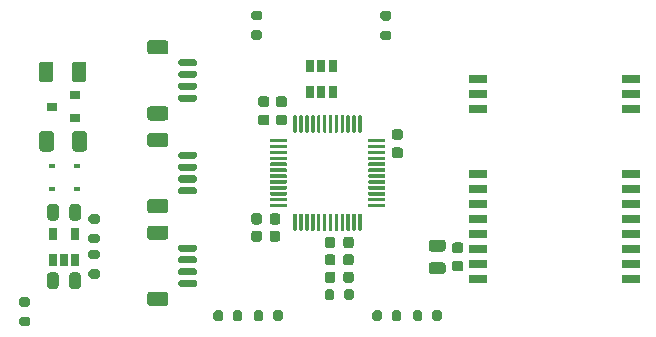
<source format=gbr>
%TF.GenerationSoftware,KiCad,Pcbnew,5.1.8-db9833491~87~ubuntu20.04.1*%
%TF.CreationDate,2020-11-23T17:51:26+01:00*%
%TF.ProjectId,rosalyn-tx,726f7361-6c79-46e2-9d74-782e6b696361,v1.0*%
%TF.SameCoordinates,Original*%
%TF.FileFunction,Paste,Top*%
%TF.FilePolarity,Positive*%
%FSLAX46Y46*%
G04 Gerber Fmt 4.6, Leading zero omitted, Abs format (unit mm)*
G04 Created by KiCad (PCBNEW 5.1.8-db9833491~87~ubuntu20.04.1) date 2020-11-23 17:51:26*
%MOMM*%
%LPD*%
G01*
G04 APERTURE LIST*
%ADD10R,1.500000X0.750000*%
%ADD11R,0.650000X1.060000*%
%ADD12R,0.900000X0.800000*%
%ADD13R,0.600000X0.450000*%
G04 APERTURE END LIST*
%TO.C,J5*%
G36*
G01*
X134450001Y-65650000D02*
X133149999Y-65650000D01*
G75*
G02*
X132900000Y-65400001I0J249999D01*
G01*
X132900000Y-64699999D01*
G75*
G02*
X133149999Y-64450000I249999J0D01*
G01*
X134450001Y-64450000D01*
G75*
G02*
X134700000Y-64699999I0J-249999D01*
G01*
X134700000Y-65400001D01*
G75*
G02*
X134450001Y-65650000I-249999J0D01*
G01*
G37*
G36*
G01*
X134450001Y-71250000D02*
X133149999Y-71250000D01*
G75*
G02*
X132900000Y-71000001I0J249999D01*
G01*
X132900000Y-70299999D01*
G75*
G02*
X133149999Y-70050000I249999J0D01*
G01*
X134450001Y-70050000D01*
G75*
G02*
X134700000Y-70299999I0J-249999D01*
G01*
X134700000Y-71000001D01*
G75*
G02*
X134450001Y-71250000I-249999J0D01*
G01*
G37*
G36*
G01*
X136950000Y-66650000D02*
X135700000Y-66650000D01*
G75*
G02*
X135550000Y-66500000I0J150000D01*
G01*
X135550000Y-66200000D01*
G75*
G02*
X135700000Y-66050000I150000J0D01*
G01*
X136950000Y-66050000D01*
G75*
G02*
X137100000Y-66200000I0J-150000D01*
G01*
X137100000Y-66500000D01*
G75*
G02*
X136950000Y-66650000I-150000J0D01*
G01*
G37*
G36*
G01*
X136950000Y-67650000D02*
X135700000Y-67650000D01*
G75*
G02*
X135550000Y-67500000I0J150000D01*
G01*
X135550000Y-67200000D01*
G75*
G02*
X135700000Y-67050000I150000J0D01*
G01*
X136950000Y-67050000D01*
G75*
G02*
X137100000Y-67200000I0J-150000D01*
G01*
X137100000Y-67500000D01*
G75*
G02*
X136950000Y-67650000I-150000J0D01*
G01*
G37*
G36*
G01*
X136950000Y-68650000D02*
X135700000Y-68650000D01*
G75*
G02*
X135550000Y-68500000I0J150000D01*
G01*
X135550000Y-68200000D01*
G75*
G02*
X135700000Y-68050000I150000J0D01*
G01*
X136950000Y-68050000D01*
G75*
G02*
X137100000Y-68200000I0J-150000D01*
G01*
X137100000Y-68500000D01*
G75*
G02*
X136950000Y-68650000I-150000J0D01*
G01*
G37*
G36*
G01*
X136950000Y-69650000D02*
X135700000Y-69650000D01*
G75*
G02*
X135550000Y-69500000I0J150000D01*
G01*
X135550000Y-69200000D01*
G75*
G02*
X135700000Y-69050000I150000J0D01*
G01*
X136950000Y-69050000D01*
G75*
G02*
X137100000Y-69200000I0J-150000D01*
G01*
X137100000Y-69500000D01*
G75*
G02*
X136950000Y-69650000I-150000J0D01*
G01*
G37*
%TD*%
%TO.C,J4*%
G36*
G01*
X134450001Y-57800000D02*
X133149999Y-57800000D01*
G75*
G02*
X132900000Y-57550001I0J249999D01*
G01*
X132900000Y-56849999D01*
G75*
G02*
X133149999Y-56600000I249999J0D01*
G01*
X134450001Y-56600000D01*
G75*
G02*
X134700000Y-56849999I0J-249999D01*
G01*
X134700000Y-57550001D01*
G75*
G02*
X134450001Y-57800000I-249999J0D01*
G01*
G37*
G36*
G01*
X134450001Y-63400000D02*
X133149999Y-63400000D01*
G75*
G02*
X132900000Y-63150001I0J249999D01*
G01*
X132900000Y-62449999D01*
G75*
G02*
X133149999Y-62200000I249999J0D01*
G01*
X134450001Y-62200000D01*
G75*
G02*
X134700000Y-62449999I0J-249999D01*
G01*
X134700000Y-63150001D01*
G75*
G02*
X134450001Y-63400000I-249999J0D01*
G01*
G37*
G36*
G01*
X136950000Y-58800000D02*
X135700000Y-58800000D01*
G75*
G02*
X135550000Y-58650000I0J150000D01*
G01*
X135550000Y-58350000D01*
G75*
G02*
X135700000Y-58200000I150000J0D01*
G01*
X136950000Y-58200000D01*
G75*
G02*
X137100000Y-58350000I0J-150000D01*
G01*
X137100000Y-58650000D01*
G75*
G02*
X136950000Y-58800000I-150000J0D01*
G01*
G37*
G36*
G01*
X136950000Y-59800000D02*
X135700000Y-59800000D01*
G75*
G02*
X135550000Y-59650000I0J150000D01*
G01*
X135550000Y-59350000D01*
G75*
G02*
X135700000Y-59200000I150000J0D01*
G01*
X136950000Y-59200000D01*
G75*
G02*
X137100000Y-59350000I0J-150000D01*
G01*
X137100000Y-59650000D01*
G75*
G02*
X136950000Y-59800000I-150000J0D01*
G01*
G37*
G36*
G01*
X136950000Y-60800000D02*
X135700000Y-60800000D01*
G75*
G02*
X135550000Y-60650000I0J150000D01*
G01*
X135550000Y-60350000D01*
G75*
G02*
X135700000Y-60200000I150000J0D01*
G01*
X136950000Y-60200000D01*
G75*
G02*
X137100000Y-60350000I0J-150000D01*
G01*
X137100000Y-60650000D01*
G75*
G02*
X136950000Y-60800000I-150000J0D01*
G01*
G37*
G36*
G01*
X136950000Y-61800000D02*
X135700000Y-61800000D01*
G75*
G02*
X135550000Y-61650000I0J150000D01*
G01*
X135550000Y-61350000D01*
G75*
G02*
X135700000Y-61200000I150000J0D01*
G01*
X136950000Y-61200000D01*
G75*
G02*
X137100000Y-61350000I0J-150000D01*
G01*
X137100000Y-61650000D01*
G75*
G02*
X136950000Y-61800000I-150000J0D01*
G01*
G37*
%TD*%
%TO.C,J2*%
G36*
G01*
X134450001Y-49950000D02*
X133149999Y-49950000D01*
G75*
G02*
X132900000Y-49700001I0J249999D01*
G01*
X132900000Y-48999999D01*
G75*
G02*
X133149999Y-48750000I249999J0D01*
G01*
X134450001Y-48750000D01*
G75*
G02*
X134700000Y-48999999I0J-249999D01*
G01*
X134700000Y-49700001D01*
G75*
G02*
X134450001Y-49950000I-249999J0D01*
G01*
G37*
G36*
G01*
X134450001Y-55550000D02*
X133149999Y-55550000D01*
G75*
G02*
X132900000Y-55300001I0J249999D01*
G01*
X132900000Y-54599999D01*
G75*
G02*
X133149999Y-54350000I249999J0D01*
G01*
X134450001Y-54350000D01*
G75*
G02*
X134700000Y-54599999I0J-249999D01*
G01*
X134700000Y-55300001D01*
G75*
G02*
X134450001Y-55550000I-249999J0D01*
G01*
G37*
G36*
G01*
X136950000Y-50950000D02*
X135700000Y-50950000D01*
G75*
G02*
X135550000Y-50800000I0J150000D01*
G01*
X135550000Y-50500000D01*
G75*
G02*
X135700000Y-50350000I150000J0D01*
G01*
X136950000Y-50350000D01*
G75*
G02*
X137100000Y-50500000I0J-150000D01*
G01*
X137100000Y-50800000D01*
G75*
G02*
X136950000Y-50950000I-150000J0D01*
G01*
G37*
G36*
G01*
X136950000Y-51950000D02*
X135700000Y-51950000D01*
G75*
G02*
X135550000Y-51800000I0J150000D01*
G01*
X135550000Y-51500000D01*
G75*
G02*
X135700000Y-51350000I150000J0D01*
G01*
X136950000Y-51350000D01*
G75*
G02*
X137100000Y-51500000I0J-150000D01*
G01*
X137100000Y-51800000D01*
G75*
G02*
X136950000Y-51950000I-150000J0D01*
G01*
G37*
G36*
G01*
X136950000Y-52950000D02*
X135700000Y-52950000D01*
G75*
G02*
X135550000Y-52800000I0J150000D01*
G01*
X135550000Y-52500000D01*
G75*
G02*
X135700000Y-52350000I150000J0D01*
G01*
X136950000Y-52350000D01*
G75*
G02*
X137100000Y-52500000I0J-150000D01*
G01*
X137100000Y-52800000D01*
G75*
G02*
X136950000Y-52950000I-150000J0D01*
G01*
G37*
G36*
G01*
X136950000Y-53950000D02*
X135700000Y-53950000D01*
G75*
G02*
X135550000Y-53800000I0J150000D01*
G01*
X135550000Y-53500000D01*
G75*
G02*
X135700000Y-53350000I150000J0D01*
G01*
X136950000Y-53350000D01*
G75*
G02*
X137100000Y-53500000I0J-150000D01*
G01*
X137100000Y-53800000D01*
G75*
G02*
X136950000Y-53950000I-150000J0D01*
G01*
G37*
%TD*%
D10*
%TO.C,U4*%
X173900000Y-52000000D03*
X173900000Y-53270000D03*
X173900000Y-54540000D03*
X173900000Y-60110000D03*
X173900000Y-61380000D03*
X173900000Y-62650000D03*
X173900000Y-63920000D03*
X173900000Y-65190000D03*
X173900000Y-66460000D03*
X173900000Y-67730000D03*
X173900000Y-69000000D03*
X160900000Y-69000000D03*
X160900000Y-67730000D03*
X160900000Y-66460000D03*
X160900000Y-65190000D03*
X160900000Y-63920000D03*
X160900000Y-62650000D03*
X160900000Y-61380000D03*
X160900000Y-60110000D03*
X160900000Y-54540000D03*
X160900000Y-53270000D03*
X160900000Y-52000000D03*
%TD*%
%TO.C,C14*%
G36*
G01*
X156985000Y-67550000D02*
X157935000Y-67550000D01*
G75*
G02*
X158185000Y-67800000I0J-250000D01*
G01*
X158185000Y-68300000D01*
G75*
G02*
X157935000Y-68550000I-250000J0D01*
G01*
X156985000Y-68550000D01*
G75*
G02*
X156735000Y-68300000I0J250000D01*
G01*
X156735000Y-67800000D01*
G75*
G02*
X156985000Y-67550000I250000J0D01*
G01*
G37*
G36*
G01*
X156985000Y-65650000D02*
X157935000Y-65650000D01*
G75*
G02*
X158185000Y-65900000I0J-250000D01*
G01*
X158185000Y-66400000D01*
G75*
G02*
X157935000Y-66650000I-250000J0D01*
G01*
X156985000Y-66650000D01*
G75*
G02*
X156735000Y-66400000I0J250000D01*
G01*
X156735000Y-65900000D01*
G75*
G02*
X156985000Y-65650000I250000J0D01*
G01*
G37*
%TD*%
%TO.C,C9*%
G36*
G01*
X154340000Y-57185000D02*
X153840000Y-57185000D01*
G75*
G02*
X153615000Y-56960000I0J225000D01*
G01*
X153615000Y-56510000D01*
G75*
G02*
X153840000Y-56285000I225000J0D01*
G01*
X154340000Y-56285000D01*
G75*
G02*
X154565000Y-56510000I0J-225000D01*
G01*
X154565000Y-56960000D01*
G75*
G02*
X154340000Y-57185000I-225000J0D01*
G01*
G37*
G36*
G01*
X154340000Y-58735000D02*
X153840000Y-58735000D01*
G75*
G02*
X153615000Y-58510000I0J225000D01*
G01*
X153615000Y-58060000D01*
G75*
G02*
X153840000Y-57835000I225000J0D01*
G01*
X154340000Y-57835000D01*
G75*
G02*
X154565000Y-58060000I0J-225000D01*
G01*
X154565000Y-58510000D01*
G75*
G02*
X154340000Y-58735000I-225000J0D01*
G01*
G37*
%TD*%
%TO.C,C6*%
G36*
G01*
X144020000Y-55055000D02*
X144520000Y-55055000D01*
G75*
G02*
X144745000Y-55280000I0J-225000D01*
G01*
X144745000Y-55730000D01*
G75*
G02*
X144520000Y-55955000I-225000J0D01*
G01*
X144020000Y-55955000D01*
G75*
G02*
X143795000Y-55730000I0J225000D01*
G01*
X143795000Y-55280000D01*
G75*
G02*
X144020000Y-55055000I225000J0D01*
G01*
G37*
G36*
G01*
X144020000Y-53505000D02*
X144520000Y-53505000D01*
G75*
G02*
X144745000Y-53730000I0J-225000D01*
G01*
X144745000Y-54180000D01*
G75*
G02*
X144520000Y-54405000I-225000J0D01*
G01*
X144020000Y-54405000D01*
G75*
G02*
X143795000Y-54180000I0J225000D01*
G01*
X143795000Y-53730000D01*
G75*
G02*
X144020000Y-53505000I225000J0D01*
G01*
G37*
%TD*%
D11*
%TO.C,U5*%
X146700000Y-53100000D03*
X147650000Y-53100000D03*
X148600000Y-53100000D03*
X148600000Y-50900000D03*
X146700000Y-50900000D03*
X147650000Y-50900000D03*
%TD*%
%TO.C,C2*%
G36*
G01*
X125420000Y-62863750D02*
X125420000Y-63776250D01*
G75*
G02*
X125176250Y-64020000I-243750J0D01*
G01*
X124688750Y-64020000D01*
G75*
G02*
X124445000Y-63776250I0J243750D01*
G01*
X124445000Y-62863750D01*
G75*
G02*
X124688750Y-62620000I243750J0D01*
G01*
X125176250Y-62620000D01*
G75*
G02*
X125420000Y-62863750I0J-243750D01*
G01*
G37*
G36*
G01*
X127295000Y-62863750D02*
X127295000Y-63776250D01*
G75*
G02*
X127051250Y-64020000I-243750J0D01*
G01*
X126563750Y-64020000D01*
G75*
G02*
X126320000Y-63776250I0J243750D01*
G01*
X126320000Y-62863750D01*
G75*
G02*
X126563750Y-62620000I243750J0D01*
G01*
X127051250Y-62620000D01*
G75*
G02*
X127295000Y-62863750I0J-243750D01*
G01*
G37*
%TD*%
%TO.C,C1*%
G36*
G01*
X126300000Y-69566250D02*
X126300000Y-68653750D01*
G75*
G02*
X126543750Y-68410000I243750J0D01*
G01*
X127031250Y-68410000D01*
G75*
G02*
X127275000Y-68653750I0J-243750D01*
G01*
X127275000Y-69566250D01*
G75*
G02*
X127031250Y-69810000I-243750J0D01*
G01*
X126543750Y-69810000D01*
G75*
G02*
X126300000Y-69566250I0J243750D01*
G01*
G37*
G36*
G01*
X124425000Y-69566250D02*
X124425000Y-68653750D01*
G75*
G02*
X124668750Y-68410000I243750J0D01*
G01*
X125156250Y-68410000D01*
G75*
G02*
X125400000Y-68653750I0J-243750D01*
G01*
X125400000Y-69566250D01*
G75*
G02*
X125156250Y-69810000I-243750J0D01*
G01*
X124668750Y-69810000D01*
G75*
G02*
X124425000Y-69566250I0J243750D01*
G01*
G37*
%TD*%
%TO.C,U1*%
X124900000Y-65120000D03*
X126800000Y-65120000D03*
X126800000Y-67320000D03*
X125850000Y-67320000D03*
X124900000Y-67320000D03*
%TD*%
D12*
%TO.C,U2*%
X126830000Y-55330000D03*
X126830000Y-53430000D03*
X124830000Y-54380000D03*
%TD*%
D13*
%TO.C,D1*%
X124840000Y-59440000D03*
X126940000Y-59440000D03*
%TD*%
%TO.C,D2*%
X126940000Y-61390000D03*
X124840000Y-61390000D03*
%TD*%
%TO.C,C5*%
G36*
G01*
X147945000Y-69080000D02*
X147945000Y-68580000D01*
G75*
G02*
X148170000Y-68355000I225000J0D01*
G01*
X148620000Y-68355000D01*
G75*
G02*
X148845000Y-68580000I0J-225000D01*
G01*
X148845000Y-69080000D01*
G75*
G02*
X148620000Y-69305000I-225000J0D01*
G01*
X148170000Y-69305000D01*
G75*
G02*
X147945000Y-69080000I0J225000D01*
G01*
G37*
G36*
G01*
X149495000Y-69080000D02*
X149495000Y-68580000D01*
G75*
G02*
X149720000Y-68355000I225000J0D01*
G01*
X150170000Y-68355000D01*
G75*
G02*
X150395000Y-68580000I0J-225000D01*
G01*
X150395000Y-69080000D01*
G75*
G02*
X150170000Y-69305000I-225000J0D01*
G01*
X149720000Y-69305000D01*
G75*
G02*
X149495000Y-69080000I0J225000D01*
G01*
G37*
%TD*%
%TO.C,C10*%
G36*
G01*
X158940000Y-67425000D02*
X159440000Y-67425000D01*
G75*
G02*
X159665000Y-67650000I0J-225000D01*
G01*
X159665000Y-68100000D01*
G75*
G02*
X159440000Y-68325000I-225000J0D01*
G01*
X158940000Y-68325000D01*
G75*
G02*
X158715000Y-68100000I0J225000D01*
G01*
X158715000Y-67650000D01*
G75*
G02*
X158940000Y-67425000I225000J0D01*
G01*
G37*
G36*
G01*
X158940000Y-65875000D02*
X159440000Y-65875000D01*
G75*
G02*
X159665000Y-66100000I0J-225000D01*
G01*
X159665000Y-66550000D01*
G75*
G02*
X159440000Y-66775000I-225000J0D01*
G01*
X158940000Y-66775000D01*
G75*
G02*
X158715000Y-66550000I0J225000D01*
G01*
X158715000Y-66100000D01*
G75*
G02*
X158940000Y-65875000I225000J0D01*
G01*
G37*
%TD*%
%TO.C,R3*%
G36*
G01*
X128135000Y-63495000D02*
X128685000Y-63495000D01*
G75*
G02*
X128885000Y-63695000I0J-200000D01*
G01*
X128885000Y-64095000D01*
G75*
G02*
X128685000Y-64295000I-200000J0D01*
G01*
X128135000Y-64295000D01*
G75*
G02*
X127935000Y-64095000I0J200000D01*
G01*
X127935000Y-63695000D01*
G75*
G02*
X128135000Y-63495000I200000J0D01*
G01*
G37*
G36*
G01*
X128135000Y-65145000D02*
X128685000Y-65145000D01*
G75*
G02*
X128885000Y-65345000I0J-200000D01*
G01*
X128885000Y-65745000D01*
G75*
G02*
X128685000Y-65945000I-200000J0D01*
G01*
X128135000Y-65945000D01*
G75*
G02*
X127935000Y-65745000I0J200000D01*
G01*
X127935000Y-65345000D01*
G75*
G02*
X128135000Y-65145000I200000J0D01*
G01*
G37*
%TD*%
%TO.C,C8*%
G36*
G01*
X149495000Y-66130000D02*
X149495000Y-65630000D01*
G75*
G02*
X149720000Y-65405000I225000J0D01*
G01*
X150170000Y-65405000D01*
G75*
G02*
X150395000Y-65630000I0J-225000D01*
G01*
X150395000Y-66130000D01*
G75*
G02*
X150170000Y-66355000I-225000J0D01*
G01*
X149720000Y-66355000D01*
G75*
G02*
X149495000Y-66130000I0J225000D01*
G01*
G37*
G36*
G01*
X147945000Y-66130000D02*
X147945000Y-65630000D01*
G75*
G02*
X148170000Y-65405000I225000J0D01*
G01*
X148620000Y-65405000D01*
G75*
G02*
X148845000Y-65630000I0J-225000D01*
G01*
X148845000Y-66130000D01*
G75*
G02*
X148620000Y-66355000I-225000J0D01*
G01*
X148170000Y-66355000D01*
G75*
G02*
X147945000Y-66130000I0J225000D01*
G01*
G37*
%TD*%
%TO.C,C7*%
G36*
G01*
X141715000Y-64130000D02*
X141715000Y-63630000D01*
G75*
G02*
X141940000Y-63405000I225000J0D01*
G01*
X142390000Y-63405000D01*
G75*
G02*
X142615000Y-63630000I0J-225000D01*
G01*
X142615000Y-64130000D01*
G75*
G02*
X142390000Y-64355000I-225000J0D01*
G01*
X141940000Y-64355000D01*
G75*
G02*
X141715000Y-64130000I0J225000D01*
G01*
G37*
G36*
G01*
X143265000Y-64130000D02*
X143265000Y-63630000D01*
G75*
G02*
X143490000Y-63405000I225000J0D01*
G01*
X143940000Y-63405000D01*
G75*
G02*
X144165000Y-63630000I0J-225000D01*
G01*
X144165000Y-64130000D01*
G75*
G02*
X143940000Y-64355000I-225000J0D01*
G01*
X143490000Y-64355000D01*
G75*
G02*
X143265000Y-64130000I0J225000D01*
G01*
G37*
%TD*%
%TO.C,C3*%
G36*
G01*
X126565000Y-57935000D02*
X126565000Y-56685000D01*
G75*
G02*
X126815000Y-56435000I250000J0D01*
G01*
X127565000Y-56435000D01*
G75*
G02*
X127815000Y-56685000I0J-250000D01*
G01*
X127815000Y-57935000D01*
G75*
G02*
X127565000Y-58185000I-250000J0D01*
G01*
X126815000Y-58185000D01*
G75*
G02*
X126565000Y-57935000I0J250000D01*
G01*
G37*
G36*
G01*
X123765000Y-57935000D02*
X123765000Y-56685000D01*
G75*
G02*
X124015000Y-56435000I250000J0D01*
G01*
X124765000Y-56435000D01*
G75*
G02*
X125015000Y-56685000I0J-250000D01*
G01*
X125015000Y-57935000D01*
G75*
G02*
X124765000Y-58185000I-250000J0D01*
G01*
X124015000Y-58185000D01*
G75*
G02*
X123765000Y-57935000I0J250000D01*
G01*
G37*
%TD*%
%TO.C,C4*%
G36*
G01*
X124965000Y-50815000D02*
X124965000Y-52065000D01*
G75*
G02*
X124715000Y-52315000I-250000J0D01*
G01*
X123965000Y-52315000D01*
G75*
G02*
X123715000Y-52065000I0J250000D01*
G01*
X123715000Y-50815000D01*
G75*
G02*
X123965000Y-50565000I250000J0D01*
G01*
X124715000Y-50565000D01*
G75*
G02*
X124965000Y-50815000I0J-250000D01*
G01*
G37*
G36*
G01*
X127765000Y-50815000D02*
X127765000Y-52065000D01*
G75*
G02*
X127515000Y-52315000I-250000J0D01*
G01*
X126765000Y-52315000D01*
G75*
G02*
X126515000Y-52065000I0J250000D01*
G01*
X126515000Y-50815000D01*
G75*
G02*
X126765000Y-50565000I250000J0D01*
G01*
X127515000Y-50565000D01*
G75*
G02*
X127765000Y-50815000I0J-250000D01*
G01*
G37*
%TD*%
%TO.C,R1*%
G36*
G01*
X142465000Y-47065000D02*
X141915000Y-47065000D01*
G75*
G02*
X141715000Y-46865000I0J200000D01*
G01*
X141715000Y-46465000D01*
G75*
G02*
X141915000Y-46265000I200000J0D01*
G01*
X142465000Y-46265000D01*
G75*
G02*
X142665000Y-46465000I0J-200000D01*
G01*
X142665000Y-46865000D01*
G75*
G02*
X142465000Y-47065000I-200000J0D01*
G01*
G37*
G36*
G01*
X142465000Y-48715000D02*
X141915000Y-48715000D01*
G75*
G02*
X141715000Y-48515000I0J200000D01*
G01*
X141715000Y-48115000D01*
G75*
G02*
X141915000Y-47915000I200000J0D01*
G01*
X142465000Y-47915000D01*
G75*
G02*
X142665000Y-48115000I0J-200000D01*
G01*
X142665000Y-48515000D01*
G75*
G02*
X142465000Y-48715000I-200000J0D01*
G01*
G37*
%TD*%
%TO.C,R4*%
G36*
G01*
X128135000Y-66495000D02*
X128685000Y-66495000D01*
G75*
G02*
X128885000Y-66695000I0J-200000D01*
G01*
X128885000Y-67095000D01*
G75*
G02*
X128685000Y-67295000I-200000J0D01*
G01*
X128135000Y-67295000D01*
G75*
G02*
X127935000Y-67095000I0J200000D01*
G01*
X127935000Y-66695000D01*
G75*
G02*
X128135000Y-66495000I200000J0D01*
G01*
G37*
G36*
G01*
X128135000Y-68145000D02*
X128685000Y-68145000D01*
G75*
G02*
X128885000Y-68345000I0J-200000D01*
G01*
X128885000Y-68745000D01*
G75*
G02*
X128685000Y-68945000I-200000J0D01*
G01*
X128135000Y-68945000D01*
G75*
G02*
X127935000Y-68745000I0J200000D01*
G01*
X127935000Y-68345000D01*
G75*
G02*
X128135000Y-68145000I200000J0D01*
G01*
G37*
%TD*%
%TO.C,R5*%
G36*
G01*
X139315000Y-71815000D02*
X139315000Y-72365000D01*
G75*
G02*
X139115000Y-72565000I-200000J0D01*
G01*
X138715000Y-72565000D01*
G75*
G02*
X138515000Y-72365000I0J200000D01*
G01*
X138515000Y-71815000D01*
G75*
G02*
X138715000Y-71615000I200000J0D01*
G01*
X139115000Y-71615000D01*
G75*
G02*
X139315000Y-71815000I0J-200000D01*
G01*
G37*
G36*
G01*
X140965000Y-71815000D02*
X140965000Y-72365000D01*
G75*
G02*
X140765000Y-72565000I-200000J0D01*
G01*
X140365000Y-72565000D01*
G75*
G02*
X140165000Y-72365000I0J200000D01*
G01*
X140165000Y-71815000D01*
G75*
G02*
X140365000Y-71615000I200000J0D01*
G01*
X140765000Y-71615000D01*
G75*
G02*
X140965000Y-71815000I0J-200000D01*
G01*
G37*
%TD*%
%TO.C,R6*%
G36*
G01*
X141945000Y-72355000D02*
X141945000Y-71805000D01*
G75*
G02*
X142145000Y-71605000I200000J0D01*
G01*
X142545000Y-71605000D01*
G75*
G02*
X142745000Y-71805000I0J-200000D01*
G01*
X142745000Y-72355000D01*
G75*
G02*
X142545000Y-72555000I-200000J0D01*
G01*
X142145000Y-72555000D01*
G75*
G02*
X141945000Y-72355000I0J200000D01*
G01*
G37*
G36*
G01*
X143595000Y-72355000D02*
X143595000Y-71805000D01*
G75*
G02*
X143795000Y-71605000I200000J0D01*
G01*
X144195000Y-71605000D01*
G75*
G02*
X144395000Y-71805000I0J-200000D01*
G01*
X144395000Y-72355000D01*
G75*
G02*
X144195000Y-72555000I-200000J0D01*
G01*
X143795000Y-72555000D01*
G75*
G02*
X143595000Y-72355000I0J200000D01*
G01*
G37*
%TD*%
%TO.C,U3*%
G36*
G01*
X145500000Y-64900000D02*
X145350000Y-64900000D01*
G75*
G02*
X145275000Y-64825000I0J75000D01*
G01*
X145275000Y-63500000D01*
G75*
G02*
X145350000Y-63425000I75000J0D01*
G01*
X145500000Y-63425000D01*
G75*
G02*
X145575000Y-63500000I0J-75000D01*
G01*
X145575000Y-64825000D01*
G75*
G02*
X145500000Y-64900000I-75000J0D01*
G01*
G37*
G36*
G01*
X146000000Y-64900000D02*
X145850000Y-64900000D01*
G75*
G02*
X145775000Y-64825000I0J75000D01*
G01*
X145775000Y-63500000D01*
G75*
G02*
X145850000Y-63425000I75000J0D01*
G01*
X146000000Y-63425000D01*
G75*
G02*
X146075000Y-63500000I0J-75000D01*
G01*
X146075000Y-64825000D01*
G75*
G02*
X146000000Y-64900000I-75000J0D01*
G01*
G37*
G36*
G01*
X146500000Y-64900000D02*
X146350000Y-64900000D01*
G75*
G02*
X146275000Y-64825000I0J75000D01*
G01*
X146275000Y-63500000D01*
G75*
G02*
X146350000Y-63425000I75000J0D01*
G01*
X146500000Y-63425000D01*
G75*
G02*
X146575000Y-63500000I0J-75000D01*
G01*
X146575000Y-64825000D01*
G75*
G02*
X146500000Y-64900000I-75000J0D01*
G01*
G37*
G36*
G01*
X147000000Y-64900000D02*
X146850000Y-64900000D01*
G75*
G02*
X146775000Y-64825000I0J75000D01*
G01*
X146775000Y-63500000D01*
G75*
G02*
X146850000Y-63425000I75000J0D01*
G01*
X147000000Y-63425000D01*
G75*
G02*
X147075000Y-63500000I0J-75000D01*
G01*
X147075000Y-64825000D01*
G75*
G02*
X147000000Y-64900000I-75000J0D01*
G01*
G37*
G36*
G01*
X147500000Y-64900000D02*
X147350000Y-64900000D01*
G75*
G02*
X147275000Y-64825000I0J75000D01*
G01*
X147275000Y-63500000D01*
G75*
G02*
X147350000Y-63425000I75000J0D01*
G01*
X147500000Y-63425000D01*
G75*
G02*
X147575000Y-63500000I0J-75000D01*
G01*
X147575000Y-64825000D01*
G75*
G02*
X147500000Y-64900000I-75000J0D01*
G01*
G37*
G36*
G01*
X148000000Y-64900000D02*
X147850000Y-64900000D01*
G75*
G02*
X147775000Y-64825000I0J75000D01*
G01*
X147775000Y-63500000D01*
G75*
G02*
X147850000Y-63425000I75000J0D01*
G01*
X148000000Y-63425000D01*
G75*
G02*
X148075000Y-63500000I0J-75000D01*
G01*
X148075000Y-64825000D01*
G75*
G02*
X148000000Y-64900000I-75000J0D01*
G01*
G37*
G36*
G01*
X148500000Y-64900000D02*
X148350000Y-64900000D01*
G75*
G02*
X148275000Y-64825000I0J75000D01*
G01*
X148275000Y-63500000D01*
G75*
G02*
X148350000Y-63425000I75000J0D01*
G01*
X148500000Y-63425000D01*
G75*
G02*
X148575000Y-63500000I0J-75000D01*
G01*
X148575000Y-64825000D01*
G75*
G02*
X148500000Y-64900000I-75000J0D01*
G01*
G37*
G36*
G01*
X149000000Y-64900000D02*
X148850000Y-64900000D01*
G75*
G02*
X148775000Y-64825000I0J75000D01*
G01*
X148775000Y-63500000D01*
G75*
G02*
X148850000Y-63425000I75000J0D01*
G01*
X149000000Y-63425000D01*
G75*
G02*
X149075000Y-63500000I0J-75000D01*
G01*
X149075000Y-64825000D01*
G75*
G02*
X149000000Y-64900000I-75000J0D01*
G01*
G37*
G36*
G01*
X149500000Y-64900000D02*
X149350000Y-64900000D01*
G75*
G02*
X149275000Y-64825000I0J75000D01*
G01*
X149275000Y-63500000D01*
G75*
G02*
X149350000Y-63425000I75000J0D01*
G01*
X149500000Y-63425000D01*
G75*
G02*
X149575000Y-63500000I0J-75000D01*
G01*
X149575000Y-64825000D01*
G75*
G02*
X149500000Y-64900000I-75000J0D01*
G01*
G37*
G36*
G01*
X150000000Y-64900000D02*
X149850000Y-64900000D01*
G75*
G02*
X149775000Y-64825000I0J75000D01*
G01*
X149775000Y-63500000D01*
G75*
G02*
X149850000Y-63425000I75000J0D01*
G01*
X150000000Y-63425000D01*
G75*
G02*
X150075000Y-63500000I0J-75000D01*
G01*
X150075000Y-64825000D01*
G75*
G02*
X150000000Y-64900000I-75000J0D01*
G01*
G37*
G36*
G01*
X150500000Y-64900000D02*
X150350000Y-64900000D01*
G75*
G02*
X150275000Y-64825000I0J75000D01*
G01*
X150275000Y-63500000D01*
G75*
G02*
X150350000Y-63425000I75000J0D01*
G01*
X150500000Y-63425000D01*
G75*
G02*
X150575000Y-63500000I0J-75000D01*
G01*
X150575000Y-64825000D01*
G75*
G02*
X150500000Y-64900000I-75000J0D01*
G01*
G37*
G36*
G01*
X151000000Y-64900000D02*
X150850000Y-64900000D01*
G75*
G02*
X150775000Y-64825000I0J75000D01*
G01*
X150775000Y-63500000D01*
G75*
G02*
X150850000Y-63425000I75000J0D01*
G01*
X151000000Y-63425000D01*
G75*
G02*
X151075000Y-63500000I0J-75000D01*
G01*
X151075000Y-64825000D01*
G75*
G02*
X151000000Y-64900000I-75000J0D01*
G01*
G37*
G36*
G01*
X153000000Y-62900000D02*
X151675000Y-62900000D01*
G75*
G02*
X151600000Y-62825000I0J75000D01*
G01*
X151600000Y-62675000D01*
G75*
G02*
X151675000Y-62600000I75000J0D01*
G01*
X153000000Y-62600000D01*
G75*
G02*
X153075000Y-62675000I0J-75000D01*
G01*
X153075000Y-62825000D01*
G75*
G02*
X153000000Y-62900000I-75000J0D01*
G01*
G37*
G36*
G01*
X153000000Y-62400000D02*
X151675000Y-62400000D01*
G75*
G02*
X151600000Y-62325000I0J75000D01*
G01*
X151600000Y-62175000D01*
G75*
G02*
X151675000Y-62100000I75000J0D01*
G01*
X153000000Y-62100000D01*
G75*
G02*
X153075000Y-62175000I0J-75000D01*
G01*
X153075000Y-62325000D01*
G75*
G02*
X153000000Y-62400000I-75000J0D01*
G01*
G37*
G36*
G01*
X153000000Y-61900000D02*
X151675000Y-61900000D01*
G75*
G02*
X151600000Y-61825000I0J75000D01*
G01*
X151600000Y-61675000D01*
G75*
G02*
X151675000Y-61600000I75000J0D01*
G01*
X153000000Y-61600000D01*
G75*
G02*
X153075000Y-61675000I0J-75000D01*
G01*
X153075000Y-61825000D01*
G75*
G02*
X153000000Y-61900000I-75000J0D01*
G01*
G37*
G36*
G01*
X153000000Y-61400000D02*
X151675000Y-61400000D01*
G75*
G02*
X151600000Y-61325000I0J75000D01*
G01*
X151600000Y-61175000D01*
G75*
G02*
X151675000Y-61100000I75000J0D01*
G01*
X153000000Y-61100000D01*
G75*
G02*
X153075000Y-61175000I0J-75000D01*
G01*
X153075000Y-61325000D01*
G75*
G02*
X153000000Y-61400000I-75000J0D01*
G01*
G37*
G36*
G01*
X153000000Y-60900000D02*
X151675000Y-60900000D01*
G75*
G02*
X151600000Y-60825000I0J75000D01*
G01*
X151600000Y-60675000D01*
G75*
G02*
X151675000Y-60600000I75000J0D01*
G01*
X153000000Y-60600000D01*
G75*
G02*
X153075000Y-60675000I0J-75000D01*
G01*
X153075000Y-60825000D01*
G75*
G02*
X153000000Y-60900000I-75000J0D01*
G01*
G37*
G36*
G01*
X153000000Y-60400000D02*
X151675000Y-60400000D01*
G75*
G02*
X151600000Y-60325000I0J75000D01*
G01*
X151600000Y-60175000D01*
G75*
G02*
X151675000Y-60100000I75000J0D01*
G01*
X153000000Y-60100000D01*
G75*
G02*
X153075000Y-60175000I0J-75000D01*
G01*
X153075000Y-60325000D01*
G75*
G02*
X153000000Y-60400000I-75000J0D01*
G01*
G37*
G36*
G01*
X153000000Y-59900000D02*
X151675000Y-59900000D01*
G75*
G02*
X151600000Y-59825000I0J75000D01*
G01*
X151600000Y-59675000D01*
G75*
G02*
X151675000Y-59600000I75000J0D01*
G01*
X153000000Y-59600000D01*
G75*
G02*
X153075000Y-59675000I0J-75000D01*
G01*
X153075000Y-59825000D01*
G75*
G02*
X153000000Y-59900000I-75000J0D01*
G01*
G37*
G36*
G01*
X153000000Y-59400000D02*
X151675000Y-59400000D01*
G75*
G02*
X151600000Y-59325000I0J75000D01*
G01*
X151600000Y-59175000D01*
G75*
G02*
X151675000Y-59100000I75000J0D01*
G01*
X153000000Y-59100000D01*
G75*
G02*
X153075000Y-59175000I0J-75000D01*
G01*
X153075000Y-59325000D01*
G75*
G02*
X153000000Y-59400000I-75000J0D01*
G01*
G37*
G36*
G01*
X153000000Y-58900000D02*
X151675000Y-58900000D01*
G75*
G02*
X151600000Y-58825000I0J75000D01*
G01*
X151600000Y-58675000D01*
G75*
G02*
X151675000Y-58600000I75000J0D01*
G01*
X153000000Y-58600000D01*
G75*
G02*
X153075000Y-58675000I0J-75000D01*
G01*
X153075000Y-58825000D01*
G75*
G02*
X153000000Y-58900000I-75000J0D01*
G01*
G37*
G36*
G01*
X153000000Y-58400000D02*
X151675000Y-58400000D01*
G75*
G02*
X151600000Y-58325000I0J75000D01*
G01*
X151600000Y-58175000D01*
G75*
G02*
X151675000Y-58100000I75000J0D01*
G01*
X153000000Y-58100000D01*
G75*
G02*
X153075000Y-58175000I0J-75000D01*
G01*
X153075000Y-58325000D01*
G75*
G02*
X153000000Y-58400000I-75000J0D01*
G01*
G37*
G36*
G01*
X153000000Y-57900000D02*
X151675000Y-57900000D01*
G75*
G02*
X151600000Y-57825000I0J75000D01*
G01*
X151600000Y-57675000D01*
G75*
G02*
X151675000Y-57600000I75000J0D01*
G01*
X153000000Y-57600000D01*
G75*
G02*
X153075000Y-57675000I0J-75000D01*
G01*
X153075000Y-57825000D01*
G75*
G02*
X153000000Y-57900000I-75000J0D01*
G01*
G37*
G36*
G01*
X153000000Y-57400000D02*
X151675000Y-57400000D01*
G75*
G02*
X151600000Y-57325000I0J75000D01*
G01*
X151600000Y-57175000D01*
G75*
G02*
X151675000Y-57100000I75000J0D01*
G01*
X153000000Y-57100000D01*
G75*
G02*
X153075000Y-57175000I0J-75000D01*
G01*
X153075000Y-57325000D01*
G75*
G02*
X153000000Y-57400000I-75000J0D01*
G01*
G37*
G36*
G01*
X151000000Y-56575000D02*
X150850000Y-56575000D01*
G75*
G02*
X150775000Y-56500000I0J75000D01*
G01*
X150775000Y-55175000D01*
G75*
G02*
X150850000Y-55100000I75000J0D01*
G01*
X151000000Y-55100000D01*
G75*
G02*
X151075000Y-55175000I0J-75000D01*
G01*
X151075000Y-56500000D01*
G75*
G02*
X151000000Y-56575000I-75000J0D01*
G01*
G37*
G36*
G01*
X150500000Y-56575000D02*
X150350000Y-56575000D01*
G75*
G02*
X150275000Y-56500000I0J75000D01*
G01*
X150275000Y-55175000D01*
G75*
G02*
X150350000Y-55100000I75000J0D01*
G01*
X150500000Y-55100000D01*
G75*
G02*
X150575000Y-55175000I0J-75000D01*
G01*
X150575000Y-56500000D01*
G75*
G02*
X150500000Y-56575000I-75000J0D01*
G01*
G37*
G36*
G01*
X150000000Y-56575000D02*
X149850000Y-56575000D01*
G75*
G02*
X149775000Y-56500000I0J75000D01*
G01*
X149775000Y-55175000D01*
G75*
G02*
X149850000Y-55100000I75000J0D01*
G01*
X150000000Y-55100000D01*
G75*
G02*
X150075000Y-55175000I0J-75000D01*
G01*
X150075000Y-56500000D01*
G75*
G02*
X150000000Y-56575000I-75000J0D01*
G01*
G37*
G36*
G01*
X149500000Y-56575000D02*
X149350000Y-56575000D01*
G75*
G02*
X149275000Y-56500000I0J75000D01*
G01*
X149275000Y-55175000D01*
G75*
G02*
X149350000Y-55100000I75000J0D01*
G01*
X149500000Y-55100000D01*
G75*
G02*
X149575000Y-55175000I0J-75000D01*
G01*
X149575000Y-56500000D01*
G75*
G02*
X149500000Y-56575000I-75000J0D01*
G01*
G37*
G36*
G01*
X149000000Y-56575000D02*
X148850000Y-56575000D01*
G75*
G02*
X148775000Y-56500000I0J75000D01*
G01*
X148775000Y-55175000D01*
G75*
G02*
X148850000Y-55100000I75000J0D01*
G01*
X149000000Y-55100000D01*
G75*
G02*
X149075000Y-55175000I0J-75000D01*
G01*
X149075000Y-56500000D01*
G75*
G02*
X149000000Y-56575000I-75000J0D01*
G01*
G37*
G36*
G01*
X148500000Y-56575000D02*
X148350000Y-56575000D01*
G75*
G02*
X148275000Y-56500000I0J75000D01*
G01*
X148275000Y-55175000D01*
G75*
G02*
X148350000Y-55100000I75000J0D01*
G01*
X148500000Y-55100000D01*
G75*
G02*
X148575000Y-55175000I0J-75000D01*
G01*
X148575000Y-56500000D01*
G75*
G02*
X148500000Y-56575000I-75000J0D01*
G01*
G37*
G36*
G01*
X148000000Y-56575000D02*
X147850000Y-56575000D01*
G75*
G02*
X147775000Y-56500000I0J75000D01*
G01*
X147775000Y-55175000D01*
G75*
G02*
X147850000Y-55100000I75000J0D01*
G01*
X148000000Y-55100000D01*
G75*
G02*
X148075000Y-55175000I0J-75000D01*
G01*
X148075000Y-56500000D01*
G75*
G02*
X148000000Y-56575000I-75000J0D01*
G01*
G37*
G36*
G01*
X147500000Y-56575000D02*
X147350000Y-56575000D01*
G75*
G02*
X147275000Y-56500000I0J75000D01*
G01*
X147275000Y-55175000D01*
G75*
G02*
X147350000Y-55100000I75000J0D01*
G01*
X147500000Y-55100000D01*
G75*
G02*
X147575000Y-55175000I0J-75000D01*
G01*
X147575000Y-56500000D01*
G75*
G02*
X147500000Y-56575000I-75000J0D01*
G01*
G37*
G36*
G01*
X147000000Y-56575000D02*
X146850000Y-56575000D01*
G75*
G02*
X146775000Y-56500000I0J75000D01*
G01*
X146775000Y-55175000D01*
G75*
G02*
X146850000Y-55100000I75000J0D01*
G01*
X147000000Y-55100000D01*
G75*
G02*
X147075000Y-55175000I0J-75000D01*
G01*
X147075000Y-56500000D01*
G75*
G02*
X147000000Y-56575000I-75000J0D01*
G01*
G37*
G36*
G01*
X146500000Y-56575000D02*
X146350000Y-56575000D01*
G75*
G02*
X146275000Y-56500000I0J75000D01*
G01*
X146275000Y-55175000D01*
G75*
G02*
X146350000Y-55100000I75000J0D01*
G01*
X146500000Y-55100000D01*
G75*
G02*
X146575000Y-55175000I0J-75000D01*
G01*
X146575000Y-56500000D01*
G75*
G02*
X146500000Y-56575000I-75000J0D01*
G01*
G37*
G36*
G01*
X146000000Y-56575000D02*
X145850000Y-56575000D01*
G75*
G02*
X145775000Y-56500000I0J75000D01*
G01*
X145775000Y-55175000D01*
G75*
G02*
X145850000Y-55100000I75000J0D01*
G01*
X146000000Y-55100000D01*
G75*
G02*
X146075000Y-55175000I0J-75000D01*
G01*
X146075000Y-56500000D01*
G75*
G02*
X146000000Y-56575000I-75000J0D01*
G01*
G37*
G36*
G01*
X145500000Y-56575000D02*
X145350000Y-56575000D01*
G75*
G02*
X145275000Y-56500000I0J75000D01*
G01*
X145275000Y-55175000D01*
G75*
G02*
X145350000Y-55100000I75000J0D01*
G01*
X145500000Y-55100000D01*
G75*
G02*
X145575000Y-55175000I0J-75000D01*
G01*
X145575000Y-56500000D01*
G75*
G02*
X145500000Y-56575000I-75000J0D01*
G01*
G37*
G36*
G01*
X144675000Y-57400000D02*
X143350000Y-57400000D01*
G75*
G02*
X143275000Y-57325000I0J75000D01*
G01*
X143275000Y-57175000D01*
G75*
G02*
X143350000Y-57100000I75000J0D01*
G01*
X144675000Y-57100000D01*
G75*
G02*
X144750000Y-57175000I0J-75000D01*
G01*
X144750000Y-57325000D01*
G75*
G02*
X144675000Y-57400000I-75000J0D01*
G01*
G37*
G36*
G01*
X144675000Y-57900000D02*
X143350000Y-57900000D01*
G75*
G02*
X143275000Y-57825000I0J75000D01*
G01*
X143275000Y-57675000D01*
G75*
G02*
X143350000Y-57600000I75000J0D01*
G01*
X144675000Y-57600000D01*
G75*
G02*
X144750000Y-57675000I0J-75000D01*
G01*
X144750000Y-57825000D01*
G75*
G02*
X144675000Y-57900000I-75000J0D01*
G01*
G37*
G36*
G01*
X144675000Y-58400000D02*
X143350000Y-58400000D01*
G75*
G02*
X143275000Y-58325000I0J75000D01*
G01*
X143275000Y-58175000D01*
G75*
G02*
X143350000Y-58100000I75000J0D01*
G01*
X144675000Y-58100000D01*
G75*
G02*
X144750000Y-58175000I0J-75000D01*
G01*
X144750000Y-58325000D01*
G75*
G02*
X144675000Y-58400000I-75000J0D01*
G01*
G37*
G36*
G01*
X144675000Y-58900000D02*
X143350000Y-58900000D01*
G75*
G02*
X143275000Y-58825000I0J75000D01*
G01*
X143275000Y-58675000D01*
G75*
G02*
X143350000Y-58600000I75000J0D01*
G01*
X144675000Y-58600000D01*
G75*
G02*
X144750000Y-58675000I0J-75000D01*
G01*
X144750000Y-58825000D01*
G75*
G02*
X144675000Y-58900000I-75000J0D01*
G01*
G37*
G36*
G01*
X144675000Y-59400000D02*
X143350000Y-59400000D01*
G75*
G02*
X143275000Y-59325000I0J75000D01*
G01*
X143275000Y-59175000D01*
G75*
G02*
X143350000Y-59100000I75000J0D01*
G01*
X144675000Y-59100000D01*
G75*
G02*
X144750000Y-59175000I0J-75000D01*
G01*
X144750000Y-59325000D01*
G75*
G02*
X144675000Y-59400000I-75000J0D01*
G01*
G37*
G36*
G01*
X144675000Y-59900000D02*
X143350000Y-59900000D01*
G75*
G02*
X143275000Y-59825000I0J75000D01*
G01*
X143275000Y-59675000D01*
G75*
G02*
X143350000Y-59600000I75000J0D01*
G01*
X144675000Y-59600000D01*
G75*
G02*
X144750000Y-59675000I0J-75000D01*
G01*
X144750000Y-59825000D01*
G75*
G02*
X144675000Y-59900000I-75000J0D01*
G01*
G37*
G36*
G01*
X144675000Y-60400000D02*
X143350000Y-60400000D01*
G75*
G02*
X143275000Y-60325000I0J75000D01*
G01*
X143275000Y-60175000D01*
G75*
G02*
X143350000Y-60100000I75000J0D01*
G01*
X144675000Y-60100000D01*
G75*
G02*
X144750000Y-60175000I0J-75000D01*
G01*
X144750000Y-60325000D01*
G75*
G02*
X144675000Y-60400000I-75000J0D01*
G01*
G37*
G36*
G01*
X144675000Y-60900000D02*
X143350000Y-60900000D01*
G75*
G02*
X143275000Y-60825000I0J75000D01*
G01*
X143275000Y-60675000D01*
G75*
G02*
X143350000Y-60600000I75000J0D01*
G01*
X144675000Y-60600000D01*
G75*
G02*
X144750000Y-60675000I0J-75000D01*
G01*
X144750000Y-60825000D01*
G75*
G02*
X144675000Y-60900000I-75000J0D01*
G01*
G37*
G36*
G01*
X144675000Y-61400000D02*
X143350000Y-61400000D01*
G75*
G02*
X143275000Y-61325000I0J75000D01*
G01*
X143275000Y-61175000D01*
G75*
G02*
X143350000Y-61100000I75000J0D01*
G01*
X144675000Y-61100000D01*
G75*
G02*
X144750000Y-61175000I0J-75000D01*
G01*
X144750000Y-61325000D01*
G75*
G02*
X144675000Y-61400000I-75000J0D01*
G01*
G37*
G36*
G01*
X144675000Y-61900000D02*
X143350000Y-61900000D01*
G75*
G02*
X143275000Y-61825000I0J75000D01*
G01*
X143275000Y-61675000D01*
G75*
G02*
X143350000Y-61600000I75000J0D01*
G01*
X144675000Y-61600000D01*
G75*
G02*
X144750000Y-61675000I0J-75000D01*
G01*
X144750000Y-61825000D01*
G75*
G02*
X144675000Y-61900000I-75000J0D01*
G01*
G37*
G36*
G01*
X144675000Y-62400000D02*
X143350000Y-62400000D01*
G75*
G02*
X143275000Y-62325000I0J75000D01*
G01*
X143275000Y-62175000D01*
G75*
G02*
X143350000Y-62100000I75000J0D01*
G01*
X144675000Y-62100000D01*
G75*
G02*
X144750000Y-62175000I0J-75000D01*
G01*
X144750000Y-62325000D01*
G75*
G02*
X144675000Y-62400000I-75000J0D01*
G01*
G37*
G36*
G01*
X144675000Y-62900000D02*
X143350000Y-62900000D01*
G75*
G02*
X143275000Y-62825000I0J75000D01*
G01*
X143275000Y-62675000D01*
G75*
G02*
X143350000Y-62600000I75000J0D01*
G01*
X144675000Y-62600000D01*
G75*
G02*
X144750000Y-62675000I0J-75000D01*
G01*
X144750000Y-62825000D01*
G75*
G02*
X144675000Y-62900000I-75000J0D01*
G01*
G37*
%TD*%
%TO.C,R2*%
G36*
G01*
X153385000Y-47085000D02*
X152835000Y-47085000D01*
G75*
G02*
X152635000Y-46885000I0J200000D01*
G01*
X152635000Y-46485000D01*
G75*
G02*
X152835000Y-46285000I200000J0D01*
G01*
X153385000Y-46285000D01*
G75*
G02*
X153585000Y-46485000I0J-200000D01*
G01*
X153585000Y-46885000D01*
G75*
G02*
X153385000Y-47085000I-200000J0D01*
G01*
G37*
G36*
G01*
X153385000Y-48735000D02*
X152835000Y-48735000D01*
G75*
G02*
X152635000Y-48535000I0J200000D01*
G01*
X152635000Y-48135000D01*
G75*
G02*
X152835000Y-47935000I200000J0D01*
G01*
X153385000Y-47935000D01*
G75*
G02*
X153585000Y-48135000I0J-200000D01*
G01*
X153585000Y-48535000D01*
G75*
G02*
X153385000Y-48735000I-200000J0D01*
G01*
G37*
%TD*%
%TO.C,R7*%
G36*
G01*
X147945000Y-70575000D02*
X147945000Y-70025000D01*
G75*
G02*
X148145000Y-69825000I200000J0D01*
G01*
X148545000Y-69825000D01*
G75*
G02*
X148745000Y-70025000I0J-200000D01*
G01*
X148745000Y-70575000D01*
G75*
G02*
X148545000Y-70775000I-200000J0D01*
G01*
X148145000Y-70775000D01*
G75*
G02*
X147945000Y-70575000I0J200000D01*
G01*
G37*
G36*
G01*
X149595000Y-70575000D02*
X149595000Y-70025000D01*
G75*
G02*
X149795000Y-69825000I200000J0D01*
G01*
X150195000Y-69825000D01*
G75*
G02*
X150395000Y-70025000I0J-200000D01*
G01*
X150395000Y-70575000D01*
G75*
G02*
X150195000Y-70775000I-200000J0D01*
G01*
X149795000Y-70775000D01*
G75*
G02*
X149595000Y-70575000I0J200000D01*
G01*
G37*
%TD*%
%TO.C,C11*%
G36*
G01*
X147945000Y-67600000D02*
X147945000Y-67100000D01*
G75*
G02*
X148170000Y-66875000I225000J0D01*
G01*
X148620000Y-66875000D01*
G75*
G02*
X148845000Y-67100000I0J-225000D01*
G01*
X148845000Y-67600000D01*
G75*
G02*
X148620000Y-67825000I-225000J0D01*
G01*
X148170000Y-67825000D01*
G75*
G02*
X147945000Y-67600000I0J225000D01*
G01*
G37*
G36*
G01*
X149495000Y-67600000D02*
X149495000Y-67100000D01*
G75*
G02*
X149720000Y-66875000I225000J0D01*
G01*
X150170000Y-66875000D01*
G75*
G02*
X150395000Y-67100000I0J-225000D01*
G01*
X150395000Y-67600000D01*
G75*
G02*
X150170000Y-67825000I-225000J0D01*
G01*
X149720000Y-67825000D01*
G75*
G02*
X149495000Y-67600000I0J225000D01*
G01*
G37*
%TD*%
%TO.C,C12*%
G36*
G01*
X142520000Y-55055000D02*
X143020000Y-55055000D01*
G75*
G02*
X143245000Y-55280000I0J-225000D01*
G01*
X143245000Y-55730000D01*
G75*
G02*
X143020000Y-55955000I-225000J0D01*
G01*
X142520000Y-55955000D01*
G75*
G02*
X142295000Y-55730000I0J225000D01*
G01*
X142295000Y-55280000D01*
G75*
G02*
X142520000Y-55055000I225000J0D01*
G01*
G37*
G36*
G01*
X142520000Y-53505000D02*
X143020000Y-53505000D01*
G75*
G02*
X143245000Y-53730000I0J-225000D01*
G01*
X143245000Y-54180000D01*
G75*
G02*
X143020000Y-54405000I-225000J0D01*
G01*
X142520000Y-54405000D01*
G75*
G02*
X142295000Y-54180000I0J225000D01*
G01*
X142295000Y-53730000D01*
G75*
G02*
X142520000Y-53505000I225000J0D01*
G01*
G37*
%TD*%
%TO.C,C13*%
G36*
G01*
X141715000Y-65600000D02*
X141715000Y-65100000D01*
G75*
G02*
X141940000Y-64875000I225000J0D01*
G01*
X142390000Y-64875000D01*
G75*
G02*
X142615000Y-65100000I0J-225000D01*
G01*
X142615000Y-65600000D01*
G75*
G02*
X142390000Y-65825000I-225000J0D01*
G01*
X141940000Y-65825000D01*
G75*
G02*
X141715000Y-65600000I0J225000D01*
G01*
G37*
G36*
G01*
X143265000Y-65600000D02*
X143265000Y-65100000D01*
G75*
G02*
X143490000Y-64875000I225000J0D01*
G01*
X143940000Y-64875000D01*
G75*
G02*
X144165000Y-65100000I0J-225000D01*
G01*
X144165000Y-65600000D01*
G75*
G02*
X143940000Y-65825000I-225000J0D01*
G01*
X143490000Y-65825000D01*
G75*
G02*
X143265000Y-65600000I0J225000D01*
G01*
G37*
%TD*%
%TO.C,R8*%
G36*
G01*
X155410000Y-72355000D02*
X155410000Y-71805000D01*
G75*
G02*
X155610000Y-71605000I200000J0D01*
G01*
X156010000Y-71605000D01*
G75*
G02*
X156210000Y-71805000I0J-200000D01*
G01*
X156210000Y-72355000D01*
G75*
G02*
X156010000Y-72555000I-200000J0D01*
G01*
X155610000Y-72555000D01*
G75*
G02*
X155410000Y-72355000I0J200000D01*
G01*
G37*
G36*
G01*
X157060000Y-72355000D02*
X157060000Y-71805000D01*
G75*
G02*
X157260000Y-71605000I200000J0D01*
G01*
X157660000Y-71605000D01*
G75*
G02*
X157860000Y-71805000I0J-200000D01*
G01*
X157860000Y-72355000D01*
G75*
G02*
X157660000Y-72555000I-200000J0D01*
G01*
X157260000Y-72555000D01*
G75*
G02*
X157060000Y-72355000I0J200000D01*
G01*
G37*
%TD*%
%TO.C,R9*%
G36*
G01*
X153625000Y-72365000D02*
X153625000Y-71815000D01*
G75*
G02*
X153825000Y-71615000I200000J0D01*
G01*
X154225000Y-71615000D01*
G75*
G02*
X154425000Y-71815000I0J-200000D01*
G01*
X154425000Y-72365000D01*
G75*
G02*
X154225000Y-72565000I-200000J0D01*
G01*
X153825000Y-72565000D01*
G75*
G02*
X153625000Y-72365000I0J200000D01*
G01*
G37*
G36*
G01*
X151975000Y-72365000D02*
X151975000Y-71815000D01*
G75*
G02*
X152175000Y-71615000I200000J0D01*
G01*
X152575000Y-71615000D01*
G75*
G02*
X152775000Y-71815000I0J-200000D01*
G01*
X152775000Y-72365000D01*
G75*
G02*
X152575000Y-72565000I-200000J0D01*
G01*
X152175000Y-72565000D01*
G75*
G02*
X151975000Y-72365000I0J200000D01*
G01*
G37*
%TD*%
%TO.C,R10*%
G36*
G01*
X122815000Y-72975000D02*
X122265000Y-72975000D01*
G75*
G02*
X122065000Y-72775000I0J200000D01*
G01*
X122065000Y-72375000D01*
G75*
G02*
X122265000Y-72175000I200000J0D01*
G01*
X122815000Y-72175000D01*
G75*
G02*
X123015000Y-72375000I0J-200000D01*
G01*
X123015000Y-72775000D01*
G75*
G02*
X122815000Y-72975000I-200000J0D01*
G01*
G37*
G36*
G01*
X122815000Y-71325000D02*
X122265000Y-71325000D01*
G75*
G02*
X122065000Y-71125000I0J200000D01*
G01*
X122065000Y-70725000D01*
G75*
G02*
X122265000Y-70525000I200000J0D01*
G01*
X122815000Y-70525000D01*
G75*
G02*
X123015000Y-70725000I0J-200000D01*
G01*
X123015000Y-71125000D01*
G75*
G02*
X122815000Y-71325000I-200000J0D01*
G01*
G37*
%TD*%
M02*

</source>
